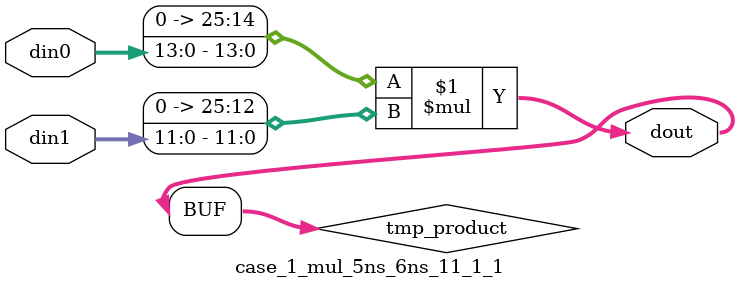
<source format=v>

`timescale 1 ns / 1 ps

 (* use_dsp = "no" *)  module case_1_mul_5ns_6ns_11_1_1(din0, din1, dout);
parameter ID = 1;
parameter NUM_STAGE = 0;
parameter din0_WIDTH = 14;
parameter din1_WIDTH = 12;
parameter dout_WIDTH = 26;

input [din0_WIDTH - 1 : 0] din0; 
input [din1_WIDTH - 1 : 0] din1; 
output [dout_WIDTH - 1 : 0] dout;

wire signed [dout_WIDTH - 1 : 0] tmp_product;
























assign tmp_product = $signed({1'b0, din0}) * $signed({1'b0, din1});











assign dout = tmp_product;





















endmodule

</source>
